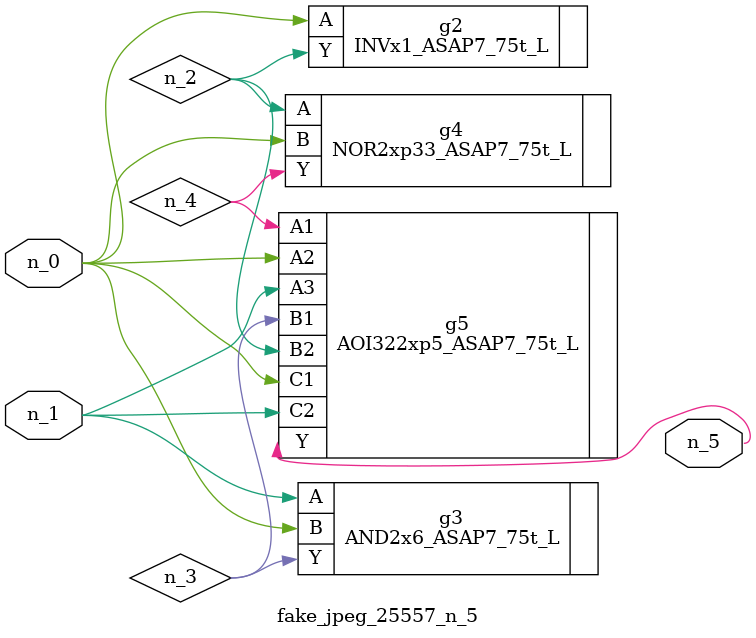
<source format=v>
module fake_jpeg_25557_n_5 (n_0, n_1, n_5);

input n_0;
input n_1;

output n_5;

wire n_3;
wire n_2;
wire n_4;

INVx1_ASAP7_75t_L g2 ( 
.A(n_0),
.Y(n_2)
);

AND2x6_ASAP7_75t_L g3 ( 
.A(n_1),
.B(n_0),
.Y(n_3)
);

NOR2xp33_ASAP7_75t_L g4 ( 
.A(n_2),
.B(n_0),
.Y(n_4)
);

AOI322xp5_ASAP7_75t_L g5 ( 
.A1(n_4),
.A2(n_0),
.A3(n_1),
.B1(n_3),
.B2(n_2),
.C1(n_0),
.C2(n_1),
.Y(n_5)
);


endmodule
</source>
